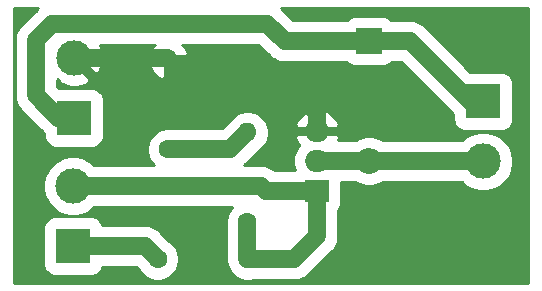
<source format=gbr>
%TF.GenerationSoftware,KiCad,Pcbnew,5.1.12-84ad8e8a86~92~ubuntu20.04.1*%
%TF.CreationDate,2022-05-26T23:51:37-05:00*%
%TF.ProjectId,electrovalves_module,656c6563-7472-46f7-9661-6c7665735f6d,rev?*%
%TF.SameCoordinates,Original*%
%TF.FileFunction,Copper,L2,Bot*%
%TF.FilePolarity,Positive*%
%FSLAX46Y46*%
G04 Gerber Fmt 4.6, Leading zero omitted, Abs format (unit mm)*
G04 Created by KiCad (PCBNEW 5.1.12-84ad8e8a86~92~ubuntu20.04.1) date 2022-05-26 23:51:37*
%MOMM*%
%LPD*%
G01*
G04 APERTURE LIST*
%TA.AperFunction,ComponentPad*%
%ADD10R,2.200000X2.200000*%
%TD*%
%TA.AperFunction,ComponentPad*%
%ADD11O,2.200000X2.200000*%
%TD*%
%TA.AperFunction,ComponentPad*%
%ADD12R,2.000000X1.905000*%
%TD*%
%TA.AperFunction,ComponentPad*%
%ADD13O,2.000000X1.905000*%
%TD*%
%TA.AperFunction,ComponentPad*%
%ADD14C,1.600000*%
%TD*%
%TA.AperFunction,ComponentPad*%
%ADD15O,1.600000X1.600000*%
%TD*%
%TA.AperFunction,ComponentPad*%
%ADD16R,3.000000X3.000000*%
%TD*%
%TA.AperFunction,ComponentPad*%
%ADD17C,3.000000*%
%TD*%
%TA.AperFunction,Conductor*%
%ADD18C,1.500000*%
%TD*%
%TA.AperFunction,Conductor*%
%ADD19C,0.254000*%
%TD*%
%TA.AperFunction,Conductor*%
%ADD20C,0.100000*%
%TD*%
G04 APERTURE END LIST*
D10*
%TO.P,D1,1*%
%TO.N,+24V*%
X133858000Y-78790800D03*
D11*
%TO.P,D1,2*%
%TO.N,Net-(D1-Pad2)*%
X133858000Y-88950800D03*
%TD*%
D12*
%TO.P,Q1,1*%
%TO.N,Net-(J1-Pad2)*%
X129463800Y-91465400D03*
D13*
%TO.P,Q1,2*%
%TO.N,Net-(D1-Pad2)*%
X129463800Y-88925400D03*
%TO.P,Q1,3*%
%TO.N,GNDPWR*%
X129463800Y-86385400D03*
%TD*%
D14*
%TO.P,R1,1*%
%TO.N,Net-(J1-Pad1)*%
X115976400Y-97231200D03*
D15*
%TO.P,R1,2*%
%TO.N,Net-(J1-Pad2)*%
X123596400Y-97231200D03*
%TD*%
%TO.P,R2,2*%
%TO.N,Net-(R2-Pad2)*%
X123571000Y-86512400D03*
D14*
%TO.P,R2,1*%
%TO.N,Net-(J1-Pad2)*%
X123571000Y-94132400D03*
%TD*%
%TO.P,R3,1*%
%TO.N,Net-(R2-Pad2)*%
X116890800Y-87960200D03*
D15*
%TO.P,R3,2*%
%TO.N,GNDPWR*%
X116890800Y-80340200D03*
%TD*%
D16*
%TO.P,J1,1*%
%TO.N,Net-(J1-Pad1)*%
X108813600Y-96139000D03*
D17*
%TO.P,J1,2*%
%TO.N,Net-(J1-Pad2)*%
X108813600Y-91059000D03*
%TD*%
%TO.P,J2,2*%
%TO.N,GNDPWR*%
X108889800Y-80213200D03*
D16*
%TO.P,J2,1*%
%TO.N,+24V*%
X108889800Y-85293200D03*
%TD*%
%TO.P,J3,1*%
%TO.N,+24V*%
X143535400Y-83896200D03*
D17*
%TO.P,J3,2*%
%TO.N,Net-(D1-Pad2)*%
X143535400Y-88976200D03*
%TD*%
D18*
%TO.N,+24V*%
X143535400Y-83896200D02*
X142443200Y-83896200D01*
X137337800Y-78790800D02*
X133858000Y-78790800D01*
X142443200Y-83896200D02*
X137337800Y-78790800D01*
X108889800Y-85293200D02*
X107569000Y-85293200D01*
X107569000Y-85293200D02*
X105638600Y-83362800D01*
X105638600Y-83362800D02*
X105638600Y-78714600D01*
X105638600Y-78714600D02*
X107035600Y-77317600D01*
X107035600Y-77317600D02*
X125247400Y-77317600D01*
X126720600Y-78790800D02*
X133858000Y-78790800D01*
X125247400Y-77317600D02*
X126720600Y-78790800D01*
%TO.N,Net-(D1-Pad2)*%
X143510000Y-88950800D02*
X143535400Y-88976200D01*
X133858000Y-88950800D02*
X143510000Y-88950800D01*
X133832600Y-88925400D02*
X133858000Y-88950800D01*
X129463800Y-88925400D02*
X133832600Y-88925400D01*
%TO.N,Net-(J1-Pad1)*%
X114884200Y-96139000D02*
X115976400Y-97231200D01*
X108813600Y-96139000D02*
X114884200Y-96139000D01*
%TO.N,Net-(J1-Pad2)*%
X129463800Y-91465400D02*
X129463800Y-95326200D01*
X127558800Y-97231200D02*
X123596400Y-97231200D01*
X129463800Y-95326200D02*
X127558800Y-97231200D01*
X108813600Y-91059000D02*
X124739400Y-91059000D01*
X125145800Y-91465400D02*
X129463800Y-91465400D01*
X124739400Y-91059000D02*
X125145800Y-91465400D01*
X123571000Y-97205800D02*
X123596400Y-97231200D01*
X123571000Y-94132400D02*
X123571000Y-97205800D01*
%TO.N,GNDPWR*%
X116763800Y-80213200D02*
X116890800Y-80340200D01*
X108889800Y-80213200D02*
X116763800Y-80213200D01*
X129463800Y-84861400D02*
X129463800Y-86385400D01*
X128473200Y-83870800D02*
X129463800Y-84861400D01*
X120421400Y-83870800D02*
X128473200Y-83870800D01*
X116890800Y-80340200D02*
X120421400Y-83870800D01*
%TO.N,Net-(R2-Pad2)*%
X122123200Y-87960200D02*
X123571000Y-86512400D01*
X116890800Y-87960200D02*
X122123200Y-87960200D01*
%TD*%
D19*
%TO.N,GNDPWR*%
X105840798Y-75999344D02*
X105840793Y-75999349D01*
X105772992Y-76054992D01*
X105717349Y-76122793D01*
X104443793Y-77396350D01*
X104375993Y-77451992D01*
X104320350Y-77519793D01*
X104320344Y-77519799D01*
X104153930Y-77722576D01*
X103988923Y-78031282D01*
X103918136Y-78264637D01*
X103904490Y-78309624D01*
X103887313Y-78366248D01*
X103853003Y-78714600D01*
X103861601Y-78801896D01*
X103861600Y-83275514D01*
X103853003Y-83362800D01*
X103861600Y-83450086D01*
X103861600Y-83450095D01*
X103887312Y-83711152D01*
X103988923Y-84046118D01*
X104153930Y-84354824D01*
X104375992Y-84625408D01*
X104443798Y-84681055D01*
X106250749Y-86488007D01*
X106306392Y-86555808D01*
X106357831Y-86598023D01*
X106357831Y-86793200D01*
X106377660Y-86994527D01*
X106436385Y-87188117D01*
X106531749Y-87366531D01*
X106660088Y-87522912D01*
X106816469Y-87651251D01*
X106994883Y-87746615D01*
X107188473Y-87805340D01*
X107389800Y-87825169D01*
X110389800Y-87825169D01*
X110591127Y-87805340D01*
X110784717Y-87746615D01*
X110963131Y-87651251D01*
X111119512Y-87522912D01*
X111247851Y-87366531D01*
X111343215Y-87188117D01*
X111401940Y-86994527D01*
X111421769Y-86793200D01*
X111421769Y-83793200D01*
X111401940Y-83591873D01*
X111343215Y-83398283D01*
X111247851Y-83219869D01*
X111119512Y-83063488D01*
X110963131Y-82935149D01*
X110784717Y-82839785D01*
X110591127Y-82781060D01*
X110389800Y-82761231D01*
X107550088Y-82761231D01*
X107415600Y-82626743D01*
X107415600Y-82073483D01*
X107534247Y-81954836D01*
X107686214Y-82334250D01*
X108123137Y-82528302D01*
X108589522Y-82633387D01*
X109067446Y-82645465D01*
X109538544Y-82564072D01*
X109984712Y-82392337D01*
X110093386Y-82334250D01*
X110245354Y-81954834D01*
X108889800Y-80599280D01*
X108875658Y-80613423D01*
X108489578Y-80227343D01*
X108503720Y-80213200D01*
X108489578Y-80199058D01*
X108875658Y-79812978D01*
X108889800Y-79827120D01*
X108903943Y-79812978D01*
X109290023Y-80199058D01*
X109275880Y-80213200D01*
X110631434Y-81568754D01*
X111010850Y-81416786D01*
X111204902Y-80979863D01*
X111228167Y-80876606D01*
X115249207Y-80876606D01*
X115385397Y-81186558D01*
X115579439Y-81463985D01*
X115823876Y-81698226D01*
X116109314Y-81880278D01*
X116354396Y-81981784D01*
X116617800Y-81810317D01*
X116617800Y-80613200D01*
X117163800Y-80613200D01*
X117163800Y-81810317D01*
X117427204Y-81981784D01*
X117672286Y-81880278D01*
X117957724Y-81698226D01*
X118202161Y-81463985D01*
X118396203Y-81186558D01*
X118532393Y-80876606D01*
X118364345Y-80613200D01*
X117163800Y-80613200D01*
X116617800Y-80613200D01*
X115417255Y-80613200D01*
X115249207Y-80876606D01*
X111228167Y-80876606D01*
X111309987Y-80513478D01*
X111322065Y-80035554D01*
X111240672Y-79564456D01*
X111068937Y-79118288D01*
X111056276Y-79094600D01*
X115706556Y-79094600D01*
X115579439Y-79216415D01*
X115385397Y-79493842D01*
X115249207Y-79803794D01*
X115417255Y-80067200D01*
X116617800Y-80067200D01*
X116617800Y-80047200D01*
X117163800Y-80047200D01*
X117163800Y-80067200D01*
X118364345Y-80067200D01*
X118532393Y-79803794D01*
X118396203Y-79493842D01*
X118202161Y-79216415D01*
X118075044Y-79094600D01*
X124511343Y-79094600D01*
X125402349Y-79985607D01*
X125457992Y-80053408D01*
X125525793Y-80109051D01*
X125525798Y-80109056D01*
X125728574Y-80275470D01*
X125836105Y-80332946D01*
X126037281Y-80440477D01*
X126372247Y-80542088D01*
X126633304Y-80567800D01*
X126633313Y-80567800D01*
X126720599Y-80576397D01*
X126807885Y-80567800D01*
X131985028Y-80567800D01*
X132028288Y-80620512D01*
X132184669Y-80748851D01*
X132363083Y-80844215D01*
X132556673Y-80902940D01*
X132758000Y-80922769D01*
X134958000Y-80922769D01*
X135159327Y-80902940D01*
X135352917Y-80844215D01*
X135531331Y-80748851D01*
X135687712Y-80620512D01*
X135730972Y-80567800D01*
X136601743Y-80567800D01*
X141003431Y-84969489D01*
X141003431Y-85396200D01*
X141023260Y-85597527D01*
X141081985Y-85791117D01*
X141177349Y-85969531D01*
X141305688Y-86125912D01*
X141462069Y-86254251D01*
X141640483Y-86349615D01*
X141834073Y-86408340D01*
X142035400Y-86428169D01*
X145035400Y-86428169D01*
X145236727Y-86408340D01*
X145430317Y-86349615D01*
X145608731Y-86254251D01*
X145765112Y-86125912D01*
X145893451Y-85969531D01*
X145988815Y-85791117D01*
X146047540Y-85597527D01*
X146067369Y-85396200D01*
X146067369Y-82396200D01*
X146047540Y-82194873D01*
X145988815Y-82001283D01*
X145893451Y-81822869D01*
X145765112Y-81666488D01*
X145608731Y-81538149D01*
X145430317Y-81442785D01*
X145236727Y-81384060D01*
X145035400Y-81364231D01*
X142424289Y-81364231D01*
X138656055Y-77595998D01*
X138600408Y-77528192D01*
X138329825Y-77306130D01*
X138021119Y-77141123D01*
X137686153Y-77039512D01*
X137425096Y-77013800D01*
X137425086Y-77013800D01*
X137337800Y-77005203D01*
X137250514Y-77013800D01*
X135730972Y-77013800D01*
X135687712Y-76961088D01*
X135531331Y-76832749D01*
X135352917Y-76737385D01*
X135159327Y-76678660D01*
X134958000Y-76658831D01*
X132758000Y-76658831D01*
X132556673Y-76678660D01*
X132363083Y-76737385D01*
X132184669Y-76832749D01*
X132028288Y-76961088D01*
X131985028Y-77013800D01*
X127456658Y-77013800D01*
X126565655Y-76122798D01*
X126510008Y-76054992D01*
X126421067Y-75982000D01*
X147309400Y-75982000D01*
X147309401Y-99227200D01*
X103845800Y-99227200D01*
X103845800Y-94639000D01*
X106281631Y-94639000D01*
X106281631Y-97639000D01*
X106301460Y-97840327D01*
X106360185Y-98033917D01*
X106455549Y-98212331D01*
X106583888Y-98368712D01*
X106740269Y-98497051D01*
X106918683Y-98592415D01*
X107112273Y-98651140D01*
X107313600Y-98670969D01*
X110313600Y-98670969D01*
X110514927Y-98651140D01*
X110708517Y-98592415D01*
X110886931Y-98497051D01*
X111043312Y-98368712D01*
X111171651Y-98212331D01*
X111267015Y-98033917D01*
X111302785Y-97916000D01*
X114148143Y-97916000D01*
X114414888Y-98182745D01*
X114557276Y-98395845D01*
X114811755Y-98650324D01*
X115110991Y-98850266D01*
X115443484Y-98987989D01*
X115796456Y-99058200D01*
X116156344Y-99058200D01*
X116509316Y-98987989D01*
X116841809Y-98850266D01*
X117141045Y-98650324D01*
X117395524Y-98395845D01*
X117595466Y-98096609D01*
X117733189Y-97764116D01*
X117803400Y-97411144D01*
X117803400Y-97051256D01*
X117733189Y-96698284D01*
X117595466Y-96365791D01*
X117395524Y-96066555D01*
X117141045Y-95812076D01*
X116927945Y-95669688D01*
X116202455Y-94944198D01*
X116146808Y-94876392D01*
X115876225Y-94654330D01*
X115567519Y-94489323D01*
X115232553Y-94387712D01*
X114971496Y-94362000D01*
X114971486Y-94362000D01*
X114884200Y-94353403D01*
X114796914Y-94362000D01*
X111302785Y-94362000D01*
X111267015Y-94244083D01*
X111171651Y-94065669D01*
X111043312Y-93909288D01*
X110886931Y-93780949D01*
X110708517Y-93685585D01*
X110514927Y-93626860D01*
X110313600Y-93607031D01*
X107313600Y-93607031D01*
X107112273Y-93626860D01*
X106918683Y-93685585D01*
X106740269Y-93780949D01*
X106583888Y-93909288D01*
X106455549Y-94065669D01*
X106360185Y-94244083D01*
X106301460Y-94437673D01*
X106281631Y-94639000D01*
X103845800Y-94639000D01*
X103845800Y-90810112D01*
X106286600Y-90810112D01*
X106286600Y-91307888D01*
X106383711Y-91796099D01*
X106574202Y-92255983D01*
X106850751Y-92669869D01*
X107202731Y-93021849D01*
X107616617Y-93298398D01*
X108076501Y-93488889D01*
X108564712Y-93586000D01*
X109062488Y-93586000D01*
X109550699Y-93488889D01*
X110010583Y-93298398D01*
X110424469Y-93021849D01*
X110610318Y-92836000D01*
X122283631Y-92836000D01*
X122151876Y-92967755D01*
X121951934Y-93266991D01*
X121814211Y-93599484D01*
X121744000Y-93952456D01*
X121744000Y-94312344D01*
X121794000Y-94563710D01*
X121794001Y-96927580D01*
X121769400Y-97051256D01*
X121769400Y-97411144D01*
X121839611Y-97764116D01*
X121977334Y-98096609D01*
X122177276Y-98395845D01*
X122431755Y-98650324D01*
X122730991Y-98850266D01*
X123063484Y-98987989D01*
X123416456Y-99058200D01*
X123776344Y-99058200D01*
X124027709Y-99008200D01*
X127471514Y-99008200D01*
X127558800Y-99016797D01*
X127646086Y-99008200D01*
X127646096Y-99008200D01*
X127907153Y-98982488D01*
X128242119Y-98880877D01*
X128550825Y-98715870D01*
X128821408Y-98493808D01*
X128877055Y-98426002D01*
X130658607Y-96644451D01*
X130726408Y-96588808D01*
X130782051Y-96521007D01*
X130782056Y-96521002D01*
X130948470Y-96318225D01*
X131113477Y-96009519D01*
X131133597Y-95943192D01*
X131215088Y-95674553D01*
X131240800Y-95413496D01*
X131240800Y-95413486D01*
X131249397Y-95326200D01*
X131240800Y-95238914D01*
X131240800Y-93089992D01*
X131321851Y-92991231D01*
X131417215Y-92812817D01*
X131475940Y-92619227D01*
X131495769Y-92417900D01*
X131495769Y-90702400D01*
X132650955Y-90702400D01*
X132850488Y-90835723D01*
X133237577Y-90996061D01*
X133648509Y-91077800D01*
X134067491Y-91077800D01*
X134478423Y-90996061D01*
X134865512Y-90835723D01*
X135027031Y-90727800D01*
X141713282Y-90727800D01*
X141924531Y-90939049D01*
X142338417Y-91215598D01*
X142798301Y-91406089D01*
X143286512Y-91503200D01*
X143784288Y-91503200D01*
X144272499Y-91406089D01*
X144732383Y-91215598D01*
X145146269Y-90939049D01*
X145498249Y-90587069D01*
X145774798Y-90173183D01*
X145965289Y-89713299D01*
X146062400Y-89225088D01*
X146062400Y-88727312D01*
X145965289Y-88239101D01*
X145774798Y-87779217D01*
X145498249Y-87365331D01*
X145146269Y-87013351D01*
X144732383Y-86736802D01*
X144272499Y-86546311D01*
X143784288Y-86449200D01*
X143286512Y-86449200D01*
X142798301Y-86546311D01*
X142338417Y-86736802D01*
X141924531Y-87013351D01*
X141764082Y-87173800D01*
X135027031Y-87173800D01*
X134865512Y-87065877D01*
X134478423Y-86905539D01*
X134067491Y-86823800D01*
X133648509Y-86823800D01*
X133237577Y-86905539D01*
X132850488Y-87065877D01*
X132726983Y-87148400D01*
X131216076Y-87148400D01*
X131297630Y-86960602D01*
X131305266Y-86945939D01*
X131136277Y-86658400D01*
X129736800Y-86658400D01*
X129736800Y-86678400D01*
X129190800Y-86678400D01*
X129190800Y-86658400D01*
X127791323Y-86658400D01*
X127622334Y-86945939D01*
X127629970Y-86960602D01*
X127776510Y-87298045D01*
X127966312Y-87571913D01*
X127762443Y-87820328D01*
X127578632Y-88164213D01*
X127465443Y-88537350D01*
X127427223Y-88925400D01*
X127465443Y-89313450D01*
X127578632Y-89686587D01*
X127579601Y-89688400D01*
X125870420Y-89688400D01*
X125731425Y-89574330D01*
X125422719Y-89409323D01*
X125087753Y-89307712D01*
X124826696Y-89282000D01*
X124826686Y-89282000D01*
X124739400Y-89273403D01*
X124652114Y-89282000D01*
X123313683Y-89282000D01*
X123318001Y-89278456D01*
X123318002Y-89278455D01*
X123385808Y-89222808D01*
X123441455Y-89155002D01*
X124522547Y-88073911D01*
X124735645Y-87931524D01*
X124990124Y-87677045D01*
X125190066Y-87377809D01*
X125327789Y-87045316D01*
X125398000Y-86692344D01*
X125398000Y-86332456D01*
X125327789Y-85979484D01*
X125263743Y-85824861D01*
X127622334Y-85824861D01*
X127791323Y-86112400D01*
X129190800Y-86112400D01*
X129190800Y-84754092D01*
X129736800Y-84754092D01*
X129736800Y-86112400D01*
X131136277Y-86112400D01*
X131305266Y-85824861D01*
X131297630Y-85810198D01*
X131151090Y-85472755D01*
X130941534Y-85170384D01*
X130677015Y-84914705D01*
X130367698Y-84715544D01*
X130025470Y-84580555D01*
X129736800Y-84754092D01*
X129190800Y-84754092D01*
X128902130Y-84580555D01*
X128559902Y-84715544D01*
X128250585Y-84914705D01*
X127986066Y-85170384D01*
X127776510Y-85472755D01*
X127629970Y-85810198D01*
X127622334Y-85824861D01*
X125263743Y-85824861D01*
X125190066Y-85646991D01*
X124990124Y-85347755D01*
X124735645Y-85093276D01*
X124436409Y-84893334D01*
X124103916Y-84755611D01*
X123750944Y-84685400D01*
X123391056Y-84685400D01*
X123038084Y-84755611D01*
X122705591Y-84893334D01*
X122406355Y-85093276D01*
X122151876Y-85347755D01*
X122009489Y-85560853D01*
X121387143Y-86183200D01*
X117322109Y-86183200D01*
X117070744Y-86133200D01*
X116710856Y-86133200D01*
X116357884Y-86203411D01*
X116025391Y-86341134D01*
X115726155Y-86541076D01*
X115471676Y-86795555D01*
X115271734Y-87094791D01*
X115134011Y-87427284D01*
X115063800Y-87780256D01*
X115063800Y-88140144D01*
X115134011Y-88493116D01*
X115271734Y-88825609D01*
X115471676Y-89124845D01*
X115628831Y-89282000D01*
X110610318Y-89282000D01*
X110424469Y-89096151D01*
X110010583Y-88819602D01*
X109550699Y-88629111D01*
X109062488Y-88532000D01*
X108564712Y-88532000D01*
X108076501Y-88629111D01*
X107616617Y-88819602D01*
X107202731Y-89096151D01*
X106850751Y-89448131D01*
X106574202Y-89862017D01*
X106383711Y-90321901D01*
X106286600Y-90810112D01*
X103845800Y-90810112D01*
X103845800Y-75982000D01*
X105861932Y-75982000D01*
X105840798Y-75999344D01*
%TA.AperFunction,Conductor*%
D20*
G36*
X105840798Y-75999344D02*
G01*
X105840793Y-75999349D01*
X105772992Y-76054992D01*
X105717349Y-76122793D01*
X104443793Y-77396350D01*
X104375993Y-77451992D01*
X104320350Y-77519793D01*
X104320344Y-77519799D01*
X104153930Y-77722576D01*
X103988923Y-78031282D01*
X103918136Y-78264637D01*
X103904490Y-78309624D01*
X103887313Y-78366248D01*
X103853003Y-78714600D01*
X103861601Y-78801896D01*
X103861600Y-83275514D01*
X103853003Y-83362800D01*
X103861600Y-83450086D01*
X103861600Y-83450095D01*
X103887312Y-83711152D01*
X103988923Y-84046118D01*
X104153930Y-84354824D01*
X104375992Y-84625408D01*
X104443798Y-84681055D01*
X106250749Y-86488007D01*
X106306392Y-86555808D01*
X106357831Y-86598023D01*
X106357831Y-86793200D01*
X106377660Y-86994527D01*
X106436385Y-87188117D01*
X106531749Y-87366531D01*
X106660088Y-87522912D01*
X106816469Y-87651251D01*
X106994883Y-87746615D01*
X107188473Y-87805340D01*
X107389800Y-87825169D01*
X110389800Y-87825169D01*
X110591127Y-87805340D01*
X110784717Y-87746615D01*
X110963131Y-87651251D01*
X111119512Y-87522912D01*
X111247851Y-87366531D01*
X111343215Y-87188117D01*
X111401940Y-86994527D01*
X111421769Y-86793200D01*
X111421769Y-83793200D01*
X111401940Y-83591873D01*
X111343215Y-83398283D01*
X111247851Y-83219869D01*
X111119512Y-83063488D01*
X110963131Y-82935149D01*
X110784717Y-82839785D01*
X110591127Y-82781060D01*
X110389800Y-82761231D01*
X107550088Y-82761231D01*
X107415600Y-82626743D01*
X107415600Y-82073483D01*
X107534247Y-81954836D01*
X107686214Y-82334250D01*
X108123137Y-82528302D01*
X108589522Y-82633387D01*
X109067446Y-82645465D01*
X109538544Y-82564072D01*
X109984712Y-82392337D01*
X110093386Y-82334250D01*
X110245354Y-81954834D01*
X108889800Y-80599280D01*
X108875658Y-80613423D01*
X108489578Y-80227343D01*
X108503720Y-80213200D01*
X108489578Y-80199058D01*
X108875658Y-79812978D01*
X108889800Y-79827120D01*
X108903943Y-79812978D01*
X109290023Y-80199058D01*
X109275880Y-80213200D01*
X110631434Y-81568754D01*
X111010850Y-81416786D01*
X111204902Y-80979863D01*
X111228167Y-80876606D01*
X115249207Y-80876606D01*
X115385397Y-81186558D01*
X115579439Y-81463985D01*
X115823876Y-81698226D01*
X116109314Y-81880278D01*
X116354396Y-81981784D01*
X116617800Y-81810317D01*
X116617800Y-80613200D01*
X117163800Y-80613200D01*
X117163800Y-81810317D01*
X117427204Y-81981784D01*
X117672286Y-81880278D01*
X117957724Y-81698226D01*
X118202161Y-81463985D01*
X118396203Y-81186558D01*
X118532393Y-80876606D01*
X118364345Y-80613200D01*
X117163800Y-80613200D01*
X116617800Y-80613200D01*
X115417255Y-80613200D01*
X115249207Y-80876606D01*
X111228167Y-80876606D01*
X111309987Y-80513478D01*
X111322065Y-80035554D01*
X111240672Y-79564456D01*
X111068937Y-79118288D01*
X111056276Y-79094600D01*
X115706556Y-79094600D01*
X115579439Y-79216415D01*
X115385397Y-79493842D01*
X115249207Y-79803794D01*
X115417255Y-80067200D01*
X116617800Y-80067200D01*
X116617800Y-80047200D01*
X117163800Y-80047200D01*
X117163800Y-80067200D01*
X118364345Y-80067200D01*
X118532393Y-79803794D01*
X118396203Y-79493842D01*
X118202161Y-79216415D01*
X118075044Y-79094600D01*
X124511343Y-79094600D01*
X125402349Y-79985607D01*
X125457992Y-80053408D01*
X125525793Y-80109051D01*
X125525798Y-80109056D01*
X125728574Y-80275470D01*
X125836105Y-80332946D01*
X126037281Y-80440477D01*
X126372247Y-80542088D01*
X126633304Y-80567800D01*
X126633313Y-80567800D01*
X126720599Y-80576397D01*
X126807885Y-80567800D01*
X131985028Y-80567800D01*
X132028288Y-80620512D01*
X132184669Y-80748851D01*
X132363083Y-80844215D01*
X132556673Y-80902940D01*
X132758000Y-80922769D01*
X134958000Y-80922769D01*
X135159327Y-80902940D01*
X135352917Y-80844215D01*
X135531331Y-80748851D01*
X135687712Y-80620512D01*
X135730972Y-80567800D01*
X136601743Y-80567800D01*
X141003431Y-84969489D01*
X141003431Y-85396200D01*
X141023260Y-85597527D01*
X141081985Y-85791117D01*
X141177349Y-85969531D01*
X141305688Y-86125912D01*
X141462069Y-86254251D01*
X141640483Y-86349615D01*
X141834073Y-86408340D01*
X142035400Y-86428169D01*
X145035400Y-86428169D01*
X145236727Y-86408340D01*
X145430317Y-86349615D01*
X145608731Y-86254251D01*
X145765112Y-86125912D01*
X145893451Y-85969531D01*
X145988815Y-85791117D01*
X146047540Y-85597527D01*
X146067369Y-85396200D01*
X146067369Y-82396200D01*
X146047540Y-82194873D01*
X145988815Y-82001283D01*
X145893451Y-81822869D01*
X145765112Y-81666488D01*
X145608731Y-81538149D01*
X145430317Y-81442785D01*
X145236727Y-81384060D01*
X145035400Y-81364231D01*
X142424289Y-81364231D01*
X138656055Y-77595998D01*
X138600408Y-77528192D01*
X138329825Y-77306130D01*
X138021119Y-77141123D01*
X137686153Y-77039512D01*
X137425096Y-77013800D01*
X137425086Y-77013800D01*
X137337800Y-77005203D01*
X137250514Y-77013800D01*
X135730972Y-77013800D01*
X135687712Y-76961088D01*
X135531331Y-76832749D01*
X135352917Y-76737385D01*
X135159327Y-76678660D01*
X134958000Y-76658831D01*
X132758000Y-76658831D01*
X132556673Y-76678660D01*
X132363083Y-76737385D01*
X132184669Y-76832749D01*
X132028288Y-76961088D01*
X131985028Y-77013800D01*
X127456658Y-77013800D01*
X126565655Y-76122798D01*
X126510008Y-76054992D01*
X126421067Y-75982000D01*
X147309400Y-75982000D01*
X147309401Y-99227200D01*
X103845800Y-99227200D01*
X103845800Y-94639000D01*
X106281631Y-94639000D01*
X106281631Y-97639000D01*
X106301460Y-97840327D01*
X106360185Y-98033917D01*
X106455549Y-98212331D01*
X106583888Y-98368712D01*
X106740269Y-98497051D01*
X106918683Y-98592415D01*
X107112273Y-98651140D01*
X107313600Y-98670969D01*
X110313600Y-98670969D01*
X110514927Y-98651140D01*
X110708517Y-98592415D01*
X110886931Y-98497051D01*
X111043312Y-98368712D01*
X111171651Y-98212331D01*
X111267015Y-98033917D01*
X111302785Y-97916000D01*
X114148143Y-97916000D01*
X114414888Y-98182745D01*
X114557276Y-98395845D01*
X114811755Y-98650324D01*
X115110991Y-98850266D01*
X115443484Y-98987989D01*
X115796456Y-99058200D01*
X116156344Y-99058200D01*
X116509316Y-98987989D01*
X116841809Y-98850266D01*
X117141045Y-98650324D01*
X117395524Y-98395845D01*
X117595466Y-98096609D01*
X117733189Y-97764116D01*
X117803400Y-97411144D01*
X117803400Y-97051256D01*
X117733189Y-96698284D01*
X117595466Y-96365791D01*
X117395524Y-96066555D01*
X117141045Y-95812076D01*
X116927945Y-95669688D01*
X116202455Y-94944198D01*
X116146808Y-94876392D01*
X115876225Y-94654330D01*
X115567519Y-94489323D01*
X115232553Y-94387712D01*
X114971496Y-94362000D01*
X114971486Y-94362000D01*
X114884200Y-94353403D01*
X114796914Y-94362000D01*
X111302785Y-94362000D01*
X111267015Y-94244083D01*
X111171651Y-94065669D01*
X111043312Y-93909288D01*
X110886931Y-93780949D01*
X110708517Y-93685585D01*
X110514927Y-93626860D01*
X110313600Y-93607031D01*
X107313600Y-93607031D01*
X107112273Y-93626860D01*
X106918683Y-93685585D01*
X106740269Y-93780949D01*
X106583888Y-93909288D01*
X106455549Y-94065669D01*
X106360185Y-94244083D01*
X106301460Y-94437673D01*
X106281631Y-94639000D01*
X103845800Y-94639000D01*
X103845800Y-90810112D01*
X106286600Y-90810112D01*
X106286600Y-91307888D01*
X106383711Y-91796099D01*
X106574202Y-92255983D01*
X106850751Y-92669869D01*
X107202731Y-93021849D01*
X107616617Y-93298398D01*
X108076501Y-93488889D01*
X108564712Y-93586000D01*
X109062488Y-93586000D01*
X109550699Y-93488889D01*
X110010583Y-93298398D01*
X110424469Y-93021849D01*
X110610318Y-92836000D01*
X122283631Y-92836000D01*
X122151876Y-92967755D01*
X121951934Y-93266991D01*
X121814211Y-93599484D01*
X121744000Y-93952456D01*
X121744000Y-94312344D01*
X121794000Y-94563710D01*
X121794001Y-96927580D01*
X121769400Y-97051256D01*
X121769400Y-97411144D01*
X121839611Y-97764116D01*
X121977334Y-98096609D01*
X122177276Y-98395845D01*
X122431755Y-98650324D01*
X122730991Y-98850266D01*
X123063484Y-98987989D01*
X123416456Y-99058200D01*
X123776344Y-99058200D01*
X124027709Y-99008200D01*
X127471514Y-99008200D01*
X127558800Y-99016797D01*
X127646086Y-99008200D01*
X127646096Y-99008200D01*
X127907153Y-98982488D01*
X128242119Y-98880877D01*
X128550825Y-98715870D01*
X128821408Y-98493808D01*
X128877055Y-98426002D01*
X130658607Y-96644451D01*
X130726408Y-96588808D01*
X130782051Y-96521007D01*
X130782056Y-96521002D01*
X130948470Y-96318225D01*
X131113477Y-96009519D01*
X131133597Y-95943192D01*
X131215088Y-95674553D01*
X131240800Y-95413496D01*
X131240800Y-95413486D01*
X131249397Y-95326200D01*
X131240800Y-95238914D01*
X131240800Y-93089992D01*
X131321851Y-92991231D01*
X131417215Y-92812817D01*
X131475940Y-92619227D01*
X131495769Y-92417900D01*
X131495769Y-90702400D01*
X132650955Y-90702400D01*
X132850488Y-90835723D01*
X133237577Y-90996061D01*
X133648509Y-91077800D01*
X134067491Y-91077800D01*
X134478423Y-90996061D01*
X134865512Y-90835723D01*
X135027031Y-90727800D01*
X141713282Y-90727800D01*
X141924531Y-90939049D01*
X142338417Y-91215598D01*
X142798301Y-91406089D01*
X143286512Y-91503200D01*
X143784288Y-91503200D01*
X144272499Y-91406089D01*
X144732383Y-91215598D01*
X145146269Y-90939049D01*
X145498249Y-90587069D01*
X145774798Y-90173183D01*
X145965289Y-89713299D01*
X146062400Y-89225088D01*
X146062400Y-88727312D01*
X145965289Y-88239101D01*
X145774798Y-87779217D01*
X145498249Y-87365331D01*
X145146269Y-87013351D01*
X144732383Y-86736802D01*
X144272499Y-86546311D01*
X143784288Y-86449200D01*
X143286512Y-86449200D01*
X142798301Y-86546311D01*
X142338417Y-86736802D01*
X141924531Y-87013351D01*
X141764082Y-87173800D01*
X135027031Y-87173800D01*
X134865512Y-87065877D01*
X134478423Y-86905539D01*
X134067491Y-86823800D01*
X133648509Y-86823800D01*
X133237577Y-86905539D01*
X132850488Y-87065877D01*
X132726983Y-87148400D01*
X131216076Y-87148400D01*
X131297630Y-86960602D01*
X131305266Y-86945939D01*
X131136277Y-86658400D01*
X129736800Y-86658400D01*
X129736800Y-86678400D01*
X129190800Y-86678400D01*
X129190800Y-86658400D01*
X127791323Y-86658400D01*
X127622334Y-86945939D01*
X127629970Y-86960602D01*
X127776510Y-87298045D01*
X127966312Y-87571913D01*
X127762443Y-87820328D01*
X127578632Y-88164213D01*
X127465443Y-88537350D01*
X127427223Y-88925400D01*
X127465443Y-89313450D01*
X127578632Y-89686587D01*
X127579601Y-89688400D01*
X125870420Y-89688400D01*
X125731425Y-89574330D01*
X125422719Y-89409323D01*
X125087753Y-89307712D01*
X124826696Y-89282000D01*
X124826686Y-89282000D01*
X124739400Y-89273403D01*
X124652114Y-89282000D01*
X123313683Y-89282000D01*
X123318001Y-89278456D01*
X123318002Y-89278455D01*
X123385808Y-89222808D01*
X123441455Y-89155002D01*
X124522547Y-88073911D01*
X124735645Y-87931524D01*
X124990124Y-87677045D01*
X125190066Y-87377809D01*
X125327789Y-87045316D01*
X125398000Y-86692344D01*
X125398000Y-86332456D01*
X125327789Y-85979484D01*
X125263743Y-85824861D01*
X127622334Y-85824861D01*
X127791323Y-86112400D01*
X129190800Y-86112400D01*
X129190800Y-84754092D01*
X129736800Y-84754092D01*
X129736800Y-86112400D01*
X131136277Y-86112400D01*
X131305266Y-85824861D01*
X131297630Y-85810198D01*
X131151090Y-85472755D01*
X130941534Y-85170384D01*
X130677015Y-84914705D01*
X130367698Y-84715544D01*
X130025470Y-84580555D01*
X129736800Y-84754092D01*
X129190800Y-84754092D01*
X128902130Y-84580555D01*
X128559902Y-84715544D01*
X128250585Y-84914705D01*
X127986066Y-85170384D01*
X127776510Y-85472755D01*
X127629970Y-85810198D01*
X127622334Y-85824861D01*
X125263743Y-85824861D01*
X125190066Y-85646991D01*
X124990124Y-85347755D01*
X124735645Y-85093276D01*
X124436409Y-84893334D01*
X124103916Y-84755611D01*
X123750944Y-84685400D01*
X123391056Y-84685400D01*
X123038084Y-84755611D01*
X122705591Y-84893334D01*
X122406355Y-85093276D01*
X122151876Y-85347755D01*
X122009489Y-85560853D01*
X121387143Y-86183200D01*
X117322109Y-86183200D01*
X117070744Y-86133200D01*
X116710856Y-86133200D01*
X116357884Y-86203411D01*
X116025391Y-86341134D01*
X115726155Y-86541076D01*
X115471676Y-86795555D01*
X115271734Y-87094791D01*
X115134011Y-87427284D01*
X115063800Y-87780256D01*
X115063800Y-88140144D01*
X115134011Y-88493116D01*
X115271734Y-88825609D01*
X115471676Y-89124845D01*
X115628831Y-89282000D01*
X110610318Y-89282000D01*
X110424469Y-89096151D01*
X110010583Y-88819602D01*
X109550699Y-88629111D01*
X109062488Y-88532000D01*
X108564712Y-88532000D01*
X108076501Y-88629111D01*
X107616617Y-88819602D01*
X107202731Y-89096151D01*
X106850751Y-89448131D01*
X106574202Y-89862017D01*
X106383711Y-90321901D01*
X106286600Y-90810112D01*
X103845800Y-90810112D01*
X103845800Y-75982000D01*
X105861932Y-75982000D01*
X105840798Y-75999344D01*
G37*
%TD.AperFunction*%
%TD*%
M02*

</source>
